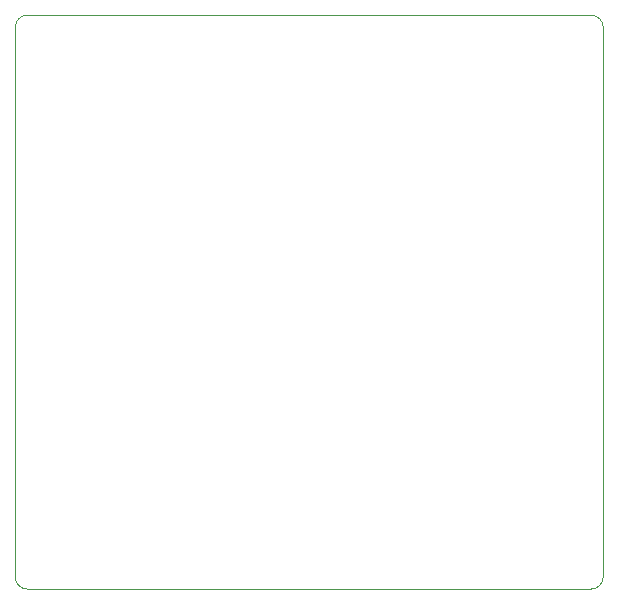
<source format=gbr>
%TF.GenerationSoftware,KiCad,Pcbnew,8.0.0*%
%TF.CreationDate,2024-03-20T17:10:03-04:00*%
%TF.ProjectId,AntEater,416e7445-6174-4657-922e-6b696361645f,rev?*%
%TF.SameCoordinates,Original*%
%TF.FileFunction,Profile,NP*%
%FSLAX46Y46*%
G04 Gerber Fmt 4.6, Leading zero omitted, Abs format (unit mm)*
G04 Created by KiCad (PCBNEW 8.0.0) date 2024-03-20 17:10:03*
%MOMM*%
%LPD*%
G01*
G04 APERTURE LIST*
%TA.AperFunction,Profile*%
%ADD10C,0.100000*%
%TD*%
G04 APERTURE END LIST*
D10*
X116270000Y-120960000D02*
G75*
G02*
X115270000Y-119960000I0J1000000D01*
G01*
X115270000Y-119960000D02*
X115270000Y-73380000D01*
X164040000Y-120960000D02*
X116270000Y-120960000D01*
X116270000Y-72380000D02*
X164040000Y-72380000D01*
X164040000Y-72380000D02*
G75*
G02*
X165040000Y-73380000I0J-1000000D01*
G01*
X165040000Y-73380000D02*
X165040000Y-119960000D01*
X165040000Y-119960000D02*
G75*
G02*
X164040000Y-120960000I-1000000J0D01*
G01*
X115270000Y-73380000D02*
G75*
G02*
X116270000Y-72380000I1000000J0D01*
G01*
M02*

</source>
